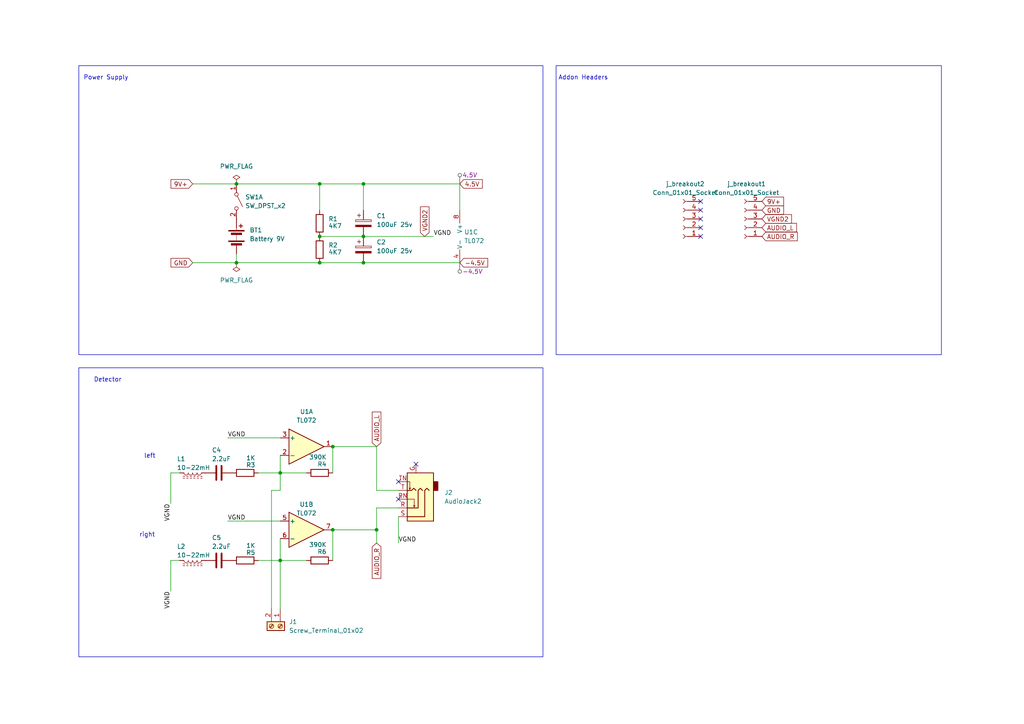
<source format=kicad_sch>
(kicad_sch (version 20231120) (generator "eeschema") (generator_version "8.0")
  (paper "A4")
  (lib_symbols
    (symbol "Amplifier_Operational:TL072" (pin_names (offset 0.127))
      (property "Reference" "U" (at 0 5.08 0))
      (property "Value" "TL072" (at 0 -5.08 0))
      (symbol "TL072_1_1"
        (polyline (pts (xy -5.08 5.08) (xy 5.08 0) (xy -5.08 -5.08) (xy -5.08 5.08)) (stroke (width 0.254)) (fill (type background)))
        (pin output line (at 7.62 0 180) (length 2.54) (name "~") (number "1"))
        (pin input line (at -7.62 -2.54 0) (length 2.54) (name "-") (number "2"))
        (pin input line (at -7.62 2.54 0) (length 2.54) (name "+") (number "3"))
      )
      (symbol "TL072_2_1"
        (polyline (pts (xy -5.08 5.08) (xy 5.08 0) (xy -5.08 -5.08) (xy -5.08 5.08)) (stroke (width 0.254)) (fill (type background)))
        (pin input line (at -7.62 2.54 0) (length 2.54) (name "+") (number "5"))
        (pin input line (at -7.62 -2.54 0) (length 2.54) (name "-") (number "6"))
        (pin output line (at 7.62 0 180) (length 2.54) (name "~") (number "7"))
      )
      (symbol "TL072_3_1"
        (pin power_in line (at -2.54 -7.62 90) (length 3.81) (name "V-") (number "4"))
        (pin power_in line (at -2.54 7.62 270) (length 3.81) (name "V+") (number "8"))
      )
    )
    (symbol "Connector:Conn_01x05_Socket" (pin_names (offset 1.016) hide)
      (property "Reference" "J" (at 0 7.62 0))
      (property "Value" "Conn_01x05_Socket" (at 0 -7.62 0))
      (symbol "Conn_01x05_Socket_1_1"
        (arc (start 0 -4.572) (mid -0.5058 -5.08) (end 0 -5.588) (stroke (width 0.1524)))
        (arc (start 0 -2.032) (mid -0.5058 -2.54) (end 0 -3.048) (stroke (width 0.1524)))
        (polyline (pts (xy -1.27 -5.08) (xy -0.508 -5.08)) (stroke (width 0.1524)))
        (polyline (pts (xy -1.27 -2.54) (xy -0.508 -2.54)) (stroke (width 0.1524)))
        (polyline (pts (xy -1.27 0) (xy -0.508 0)) (stroke (width 0.1524)))
        (polyline (pts (xy -1.27 2.54) (xy -0.508 2.54)) (stroke (width 0.1524)))
        (polyline (pts (xy -1.27 5.08) (xy -0.508 5.08)) (stroke (width 0.1524)))
        (arc (start 0 0.508) (mid -0.5058 0) (end 0 -0.508) (stroke (width 0.1524)))
        (arc (start 0 3.048) (mid -0.5058 2.54) (end 0 2.032) (stroke (width 0.1524)))
        (arc (start 0 5.588) (mid -0.5058 5.08) (end 0 4.572) (stroke (width 0.1524)))
        (pin passive line (at -5.08 5.08 0) (length 3.81) (name "Pin_1") (number "1"))
        (pin passive line (at -5.08 2.54 0) (length 3.81) (name "Pin_2") (number "2"))
        (pin passive line (at -5.08 0 0) (length 3.81) (name "Pin_3") (number "3"))
        (pin passive line (at -5.08 -2.54 0) (length 3.81) (name "Pin_4") (number "4"))
        (pin passive line (at -5.08 -5.08 0) (length 3.81) (name "Pin_5") (number "5"))
      )
    )
    (symbol "Connector:Screw_Terminal_01x02" (pin_names (offset 1.016) hide)
      (property "Reference" "J" (at 0 2.54 0))
      (property "Value" "Screw_Terminal_01x02" (at 0 -5.08 0))
      (symbol "Screw_Terminal_01x02_1_1"
        (rectangle (start -1.27 1.27) (end 1.27 -3.81) (stroke (width 0.254)) (fill (type background)))
        (circle (center 0 -2.54) (radius 0.635) (stroke (width 0.1524)))
        (polyline (pts (xy -0.5334 -2.2098) (xy 0.3302 -3.048)) (stroke (width 0.1524)))
        (polyline (pts (xy -0.5334 0.3302) (xy 0.3302 -0.508)) (stroke (width 0.1524)))
        (polyline (pts (xy -0.3556 -2.032) (xy 0.508 -2.8702)) (stroke (width 0.1524)))
        (polyline (pts (xy -0.3556 0.508) (xy 0.508 -0.3302)) (stroke (width 0.1524)))
        (circle (center 0 0) (radius 0.635) (stroke (width 0.1524)))
        (pin passive line (at -5.08 0 0) (length 3.81) (name "Pin_1") (number "1"))
        (pin passive line (at -5.08 -2.54 0) (length 3.81) (name "Pin_2") (number "2"))
      )
    )
    (symbol "Connector_Audio:AudioJack3_Ground_SwitchTR"
      (property "Reference" "J" (at 0 8.89 0))
      (property "Value" "AudioJack3_Ground_SwitchTR" (at 0 6.35 0))
      (symbol "AudioJack3_Ground_SwitchTR_0_1"
        (rectangle (start -5.08 -5.08) (end -6.35 -7.62) (stroke (width 0.254)) (fill (type outline)))
        (polyline (pts (xy 0.508 -0.254) (xy 0.762 -0.762)))
        (polyline (pts (xy 1.778 -5.334) (xy 2.032 -5.842)))
        (polyline (pts (xy 0 -5.08) (xy 0.635 -5.715) (xy 1.27 -5.08) (xy 2.54 -5.08)) (stroke (width 0.254)))
        (polyline (pts (xy 2.54 -7.62) (xy 1.778 -7.62) (xy 1.778 -5.334) (xy 1.524 -5.842)))
        (polyline (pts (xy 2.54 -2.54) (xy 0.508 -2.54) (xy 0.508 -0.254) (xy 0.254 -0.762)))
        (polyline (pts (xy -1.905 -5.08) (xy -1.27 -5.715) (xy -0.635 -5.08) (xy -0.635 0) (xy 2.54 0)) (stroke (width 0.254)))
        (polyline (pts (xy 2.54 2.54) (xy -2.54 2.54) (xy -2.54 -5.08) (xy -3.175 -5.715) (xy -3.81 -5.08)) (stroke (width 0.254)))
        (rectangle (start 2.54 3.81) (end -5.08 -10.16) (stroke (width 0.254)) (fill (type background)))
      )
      (symbol "AudioJack3_Ground_SwitchTR_1_1"
        (pin passive line (at 0 -12.7 90) (length 2.54) (name "~") (number "G"))
        (pin passive line (at 5.08 0 180) (length 2.54) (name "~") (number "R"))
        (pin passive line (at 5.08 -2.54 180) (length 2.54) (name "~") (number "RN"))
        (pin passive line (at 5.08 2.54 180) (length 2.54) (name "~") (number "S"))
        (pin passive line (at 5.08 -5.08 180) (length 2.54) (name "~") (number "T"))
        (pin passive line (at 5.08 -7.62 180) (length 2.54) (name "~") (number "TN"))
      )
    )
    (symbol "Device:Battery" (pin_numbers hide) (pin_names (offset 0) hide)
      (property "Reference" "BT" (at 2.54 2.54 0))
      (property "Value" "Battery" (at 2.54 0 0))
      (symbol "Battery_0_1"
        (rectangle (start -2.286 -1.27) (end 2.286 -1.524) (fill (type outline)))
        (rectangle (start -2.286 1.778) (end 2.286 1.524) (fill (type outline)))
        (rectangle (start -1.524 -2.032) (end 1.524 -2.54) (fill (type outline)))
        (rectangle (start -1.524 1.016) (end 1.524 0.508) (fill (type outline)))
        (polyline (pts (xy 0 -1.016) (xy 0 -0.762)))
        (polyline (pts (xy 0 -0.508) (xy 0 -0.254)))
        (polyline (pts (xy 0 0) (xy 0 0.254)))
        (polyline (pts (xy 0 1.778) (xy 0 2.54)))
        (polyline (pts (xy 0.762 3.048) (xy 1.778 3.048)) (stroke (width 0.254)))
        (polyline (pts (xy 1.27 3.556) (xy 1.27 2.54)) (stroke (width 0.254)))
      )
      (symbol "Battery_1_1"
        (pin passive line (at 0 5.08 270) (length 2.54) (name "+") (number "1"))
        (pin passive line (at 0 -5.08 90) (length 2.54) (name "-") (number "2"))
      )
    )
    (symbol "Device:C" (pin_numbers hide) (pin_names (offset 0.254))
      (property "Reference" "C" (at 0.635 2.54 0))
      (property "Value" "C" (at 0.635 -2.54 0))
      (symbol "C_0_1"
        (polyline (pts (xy -2.032 -0.762) (xy 2.032 -0.762)) (stroke (width 0.508)))
        (polyline (pts (xy -2.032 0.762) (xy 2.032 0.762)) (stroke (width 0.508)))
      )
      (symbol "C_1_1"
        (pin passive line (at 0 3.81 270) (length 2.794) (name "~") (number "1"))
        (pin passive line (at 0 -3.81 90) (length 2.794) (name "~") (number "2"))
      )
    )
    (symbol "Device:C_Polarized" (pin_numbers hide) (pin_names (offset 0.254))
      (property "Reference" "C" (at 0.635 2.54 0))
      (property "Value" "C_Polarized" (at 0.635 -2.54 0))
      (symbol "C_Polarized_0_1"
        (rectangle (start -2.286 0.508) (end 2.286 1.016))
        (polyline (pts (xy -1.778 2.286) (xy -0.762 2.286)))
        (polyline (pts (xy -1.27 2.794) (xy -1.27 1.778)))
        (rectangle (start 2.286 -0.508) (end -2.286 -1.016) (fill (type outline)))
      )
      (symbol "C_Polarized_1_1"
        (pin passive line (at 0 3.81 270) (length 2.794) (name "~") (number "1"))
        (pin passive line (at 0 -3.81 90) (length 2.794) (name "~") (number "2"))
      )
    )
    (symbol "Device:L_Ferrite" (pin_numbers hide) (pin_names (offset 1.016) hide)
      (property "Reference" "L" (at -1.27 0 90))
      (property "Value" "L_Ferrite" (at 2.794 0 90))
      (symbol "L_Ferrite_0_1"
        (arc (start 0 -2.54) (mid 0.6323 -1.905) (end 0 -1.27))
        (arc (start 0 -1.27) (mid 0.6323 -0.635) (end 0 0))
        (polyline (pts (xy 1.016 -2.794) (xy 1.016 -2.286)))
        (polyline (pts (xy 1.016 -1.778) (xy 1.016 -1.27)))
        (polyline (pts (xy 1.016 -0.762) (xy 1.016 -0.254)))
        (polyline (pts (xy 1.016 0.254) (xy 1.016 0.762)))
        (polyline (pts (xy 1.016 1.27) (xy 1.016 1.778)))
        (polyline (pts (xy 1.016 2.286) (xy 1.016 2.794)))
        (polyline (pts (xy 1.524 -2.286) (xy 1.524 -2.794)))
        (polyline (pts (xy 1.524 -1.27) (xy 1.524 -1.778)))
        (polyline (pts (xy 1.524 -0.254) (xy 1.524 -0.762)))
        (polyline (pts (xy 1.524 0.762) (xy 1.524 0.254)))
        (polyline (pts (xy 1.524 1.778) (xy 1.524 1.27)))
        (polyline (pts (xy 1.524 2.794) (xy 1.524 2.286)))
        (arc (start 0 0) (mid 0.6323 0.635) (end 0 1.27))
        (arc (start 0 1.27) (mid 0.6323 1.905) (end 0 2.54))
      )
      (symbol "L_Ferrite_1_1"
        (pin passive line (at 0 3.81 270) (length 1.27) (name "1") (number "1"))
        (pin passive line (at 0 -3.81 90) (length 1.27) (name "2") (number "2"))
      )
    )
    (symbol "Device:R" (pin_numbers hide) (pin_names (offset 0))
      (property "Reference" "R" (at 2.032 0 90))
      (property "Value" "R" (at 0 0 90))
      (symbol "R_0_1"
        (rectangle (start -1.016 -2.54) (end 1.016 2.54) (stroke (width 0.254)))
      )
      (symbol "R_1_1"
        (pin passive line (at 0 3.81 270) (length 1.27) (name "~") (number "1"))
        (pin passive line (at 0 -3.81 90) (length 1.27) (name "~") (number "2"))
      )
    )
    (symbol "Switch:SW_DPST_x2" (pin_names (offset 0) hide)
      (property "Reference" "SW" (at 0 3.175 0))
      (property "Value" "SW_DPST_x2" (at 0 -2.54 0))
      (symbol "SW_DPST_x2_0_0"
        (circle (center -2.032 0) (radius 0.508))
        (polyline (pts (xy -1.524 0.254) (xy 1.524 1.778)))
        (circle (center 2.032 0) (radius 0.508))
      )
      (symbol "SW_DPST_x2_1_1"
        (pin passive line (at -5.08 0 0) (length 2.54) (name "A") (number "1"))
        (pin passive line (at 5.08 0 180) (length 2.54) (name "B") (number "2"))
      )
      (symbol "SW_DPST_x2_2_1"
        (pin passive line (at -5.08 0 0) (length 2.54) (name "A") (number "3"))
        (pin passive line (at 5.08 0 180) (length 2.54) (name "B") (number "4"))
      )
    )
    (symbol "power:PWR_FLAG" (power) (pin_numbers hide) (pin_names (offset 0) hide)
      (property "Value" "PWR_FLAG" (at 0 3.81 0))
      (symbol "PWR_FLAG_0_0"
        (pin power_out line (at 0 0 90) (length 0) (name "~") (number "1"))
      )
      (symbol "PWR_FLAG_0_1"
        (polyline (pts (xy 0 0) (xy 0 1.27) (xy -1.016 1.905) (xy 0 2.54) (xy 1.016 1.905) (xy 0 1.27)))
      )
    )
  )
  (junction (at 105.41 68.58))
  (junction (at 92.71 76.2))
  (junction (at 68.58 53.34))
  (junction (at 81.28 137.16))
  (junction (at 68.58 76.2))
  (junction (at 105.41 76.2))
  (junction (at 96.52 129.54))
  (junction (at 109.22 153.67))
  (junction (at 92.71 68.58))
  (junction (at 81.28 162.56))
  (junction (at 105.41 53.34))
  (junction (at 96.52 153.67))
  (junction (at 92.71 53.34))
  (no_connect (at 115.57 139.7))
  (no_connect (at 120.65 134.62))
  (no_connect (at 203.2 58.42))
  (no_connect (at 203.2 63.5))
  (no_connect (at 203.2 60.96))
  (no_connect (at 203.2 68.58))
  (no_connect (at 203.2 66.04))
  (no_connect (at 115.57 144.78))
  (wire (pts (xy 74.93 162.56) (xy 81.28 162.56)))
  (wire (pts (xy 105.41 60.96) (xy 105.41 53.34)))
  (wire (pts (xy 55.88 53.34) (xy 68.58 53.34)))
  (wire (pts (xy 105.41 76.2) (xy 133.35 76.2)))
  (wire (pts (xy 68.58 73.66) (xy 68.58 76.2)))
  (wire (pts (xy 74.93 137.16) (xy 81.28 137.16)))
  (wire (pts (xy 52.07 137.16) (xy 49.53 137.16)))
  (wire (pts (xy 81.28 142.24) (xy 78.74 142.24)))
  (wire (pts (xy 109.22 129.54) (xy 109.22 142.24)))
  (wire (pts (xy 96.52 153.67) (xy 109.22 153.67)))
  (wire (pts (xy 81.28 132.08) (xy 81.28 137.16)))
  (wire (pts (xy 109.22 153.67) (xy 109.22 147.32)))
  (wire (pts (xy 109.22 147.32) (xy 115.57 147.32)))
  (wire (pts (xy 105.41 53.34) (xy 133.35 53.34)))
  (wire (pts (xy 92.71 53.34) (xy 92.71 60.96)))
  (wire (pts (xy 66.04 151.13) (xy 81.28 151.13)))
  (wire (pts (xy 92.71 68.58) (xy 105.41 68.58)))
  (wire (pts (xy 81.28 162.56) (xy 81.28 176.53)))
  (wire (pts (xy 92.71 53.34) (xy 105.41 53.34)))
  (wire (pts (xy 49.53 137.16) (xy 49.53 146.05)))
  (wire (pts (xy 96.52 153.67) (xy 96.52 162.56)))
  (wire (pts (xy 68.58 53.34) (xy 92.71 53.34)))
  (wire (pts (xy 96.52 129.54) (xy 109.22 129.54)))
  (wire (pts (xy 81.28 137.16) (xy 81.28 142.24)))
  (wire (pts (xy 52.07 162.56) (xy 49.53 162.56)))
  (wire (pts (xy 49.53 162.56) (xy 49.53 171.45)))
  (wire (pts (xy 55.88 76.2) (xy 68.58 76.2)))
  (wire (pts (xy 78.74 142.24) (xy 78.74 176.53)))
  (wire (pts (xy 105.41 68.58) (xy 125.73 68.58)))
  (wire (pts (xy 88.9 162.56) (xy 81.28 162.56)))
  (wire (pts (xy 81.28 127) (xy 66.04 127)))
  (wire (pts (xy 133.35 53.34) (xy 133.35 60.96)))
  (wire (pts (xy 68.58 76.2) (xy 92.71 76.2)))
  (wire (pts (xy 109.22 153.67) (xy 109.22 157.48)))
  (wire (pts (xy 81.28 137.16) (xy 88.9 137.16)))
  (wire (pts (xy 96.52 129.54) (xy 96.52 137.16)))
  (wire (pts (xy 115.57 149.86) (xy 115.57 157.48)))
  (wire (pts (xy 92.71 76.2) (xy 105.41 76.2)))
  (wire (pts (xy 81.28 156.21) (xy 81.28 162.56)))
  (wire (pts (xy 109.22 142.24) (xy 115.57 142.24)))
  (rectangle (start 22.86 106.68) (end 157.48 190.5))
  (rectangle (start 161.29 19.05) (end 273.05 102.87))
  (rectangle (start 22.86 19.05) (end 157.48 102.87))
  (text "Detector" (at 31.242 110.236 0) (effects (font (size 1.27 1.27))))
  (text "Power Supply" (at 30.734 22.606 0) (effects (font (size 1.27 1.27))))
  (text "Addon Headers" (at 169.164 22.606 0) (effects (font (size 1.27 1.27))))
  (text "right" (at 42.672 155.194 0) (effects (font (size 1.27 1.27))))
  (text "left" (at 43.434 132.334 0) (effects (font (size 1.27 1.27))))
  (label "VGND" (at 66.04 151.13 0))
  (label "VGND" (at 49.53 146.05 270))
  (label "VGND" (at 66.04 127 0))
  (label "VGND" (at 49.53 171.45 270))
  (label "VGND" (at 115.57 157.48 0))
  (label "VGND" (at 125.73 68.58 0))
  (global_label "AUDIO_R" (shape input) (at 109.22 157.48 270) (property "Intersheetrefs" "${INTERSHEET_REFS}" (effects (hide yes))))
  (global_label "VGND2" (shape input) (at 220.98 63.5 0) (property "Intersheetrefs" "${INTERSHEET_REFS}" (effects (hide yes))))
  (global_label "9V+" (shape input) (at 220.98 58.42 0) (property "Intersheetrefs" "${INTERSHEET_REFS}" (effects (hide yes))))
  (global_label "4.5V" (shape input) (at 133.35 53.34 0) (property "Intersheetrefs" "${INTERSHEET_REFS}" (effects (hide yes))))
  (global_label "AUDIO_L" (shape input) (at 109.22 129.54 90) (property "Intersheetrefs" "${INTERSHEET_REFS}" (effects (hide yes))))
  (global_label "GND" (shape input) (at 55.88 76.2 180) (property "Intersheetrefs" "${INTERSHEET_REFS}" (effects (hide yes))))
  (global_label "GND" (shape input) (at 220.98 60.96 0) (property "Intersheetrefs" "${INTERSHEET_REFS}" (effects (hide yes))))
  (global_label "9V+" (shape input) (at 55.88 53.34 180) (property "Intersheetrefs" "${INTERSHEET_REFS}" (effects (hide yes))))
  (global_label "-4.5V" (shape input) (at 133.35 76.2 0) (property "Intersheetrefs" "${INTERSHEET_REFS}" (effects (hide yes))))
  (global_label "VGND2" (shape input) (at 123.19 68.58 90) (property "Intersheetrefs" "${INTERSHEET_REFS}" (effects (hide yes))))
  (global_label "AUDIO_L" (shape input) (at 220.98 66.04 0) (property "Intersheetrefs" "${INTERSHEET_REFS}" (effects (hide yes))))
  (global_label "AUDIO_R" (shape input) (at 220.98 68.58 0) (property "Intersheetrefs" "${INTERSHEET_REFS}" (effects (hide yes))))
  (netclass_flag "" (length 2.54) (shape round) (at 133.35 53.34 0) (property "Netclass" "4.5V" (at 134.0485 50.8 0) (effects (font (italic yes)) (justify left))))
  (netclass_flag "" (length 2.54) (shape round) (at 133.35 76.2 180) (property "Netclass" "-4.5V" (at 134.0485 78.74 0) (effects (font (italic yes)) (justify left))))
  (symbol (lib_id "Connector_Audio:AudioJack3_Ground_SwitchTR") (at 120.65 147.32 180) (unit 1)
    (property "Reference" "J2" (at 128.905 142.8749 0) (effects (justify right)))
    (property "Value" "AudioJack2" (at 128.905 145.4149 0) (effects (justify right)))
    (property "Footprint" "Connector_Audio:Jack_3.5mm_CUI_SJ1-3525N_Horizontal" (effects (hide yes)))
    (property "Description" "Audio Jack, 3 Poles (Stereo / TRS), Grounded Sleeve, Switched TR Poles (Normalling)" (effects (hide yes)))
  )
  (symbol (lib_id "Device:R") (at 92.71 72.39 0) (unit 1)
    (property "Reference" "R2" (at 95.25 71.1199 0) (effects (justify left)))
    (property "Value" "4K7" (at 95.25 73.152 0) (effects (justify left)))
    (property "Footprint" "Resistor_THT:R_Axial_DIN0207_L6.3mm_D2.5mm_P10.16mm_Horizontal" (effects (hide yes)))
    (property "Description" "Resistor" (effects (hide yes)))
  )
  (symbol (lib_id "Device:R") (at 92.71 162.56 90) (unit 1)
    (property "Reference" "R6" (at 94.742 160.02 90) (effects (justify left)))
    (property "Value" "390K" (at 94.742 157.9879 90) (effects (justify left)))
    (property "Footprint" "Resistor_THT:R_Axial_DIN0207_L6.3mm_D2.5mm_P10.16mm_Horizontal" (effects (hide yes)))
    (property "Description" "Resistor" (effects (hide yes)))
  )
  (symbol (lib_id "Device:R") (at 71.12 162.56 270) (unit 1)
    (property "Reference" "R5" (at 71.374 160.274 90) (effects (justify left)))
    (property "Value" "1K" (at 71.374 158.242 90) (effects (justify left)))
    (property "Footprint" "Resistor_THT:R_Axial_DIN0207_L6.3mm_D2.5mm_P10.16mm_Horizontal" (effects (hide yes)))
    (property "Description" "Resistor" (effects (hide yes)))
  )
  (symbol (lib_id "Amplifier_Operational:TL072") (at 88.9 129.54 0) (unit 1)
    (property "Reference" "U1" (at 88.9 119.38 0))
    (property "Value" "TL072" (at 88.9 121.92 0))
    (property "Footprint" "Package_DIP:DIP-8_W7.62mm_Socket_LongPads" (effects (hide yes)))
    (property "Datasheet" "http://www.ti.com/lit/ds/symlink/tl072.pdf" (effects (hide yes)))
    (property "Description" "Dual Low-Noise JFET-Input Operational Amplifiers, DIP-8/SOIC-8" (effects (hide yes)))
  )
  (symbol (lib_id "Connector:Conn_01x05_Socket") (at 198.12 63.5 180) (unit 1)
    (property "Reference" "j_breakout2" (at 198.755 53.34 0))
    (property "Value" "Conn_01x01_Socket" (at 198.755 55.88 0))
    (property "Footprint" "Connector_PinHeader_2.54mm:PinHeader_1x05_P2.54mm_Vertical" (effects (hide yes)))
    (property "Description" "Generic connector, single row, 01x05, script generated" (effects (hide yes)))
  )
  (symbol (lib_id "power:PWR_FLAG") (at 68.58 76.2 180) (unit 1)
    (property "Reference" "#FLG02" (effects (hide yes)))
    (property "Value" "PWR_FLAG" (at 68.58 81.28 0))
    (property "Description" "Special symbol for telling ERC where power comes from" (effects (hide yes)))
  )
  (symbol (lib_id "Connector:Conn_01x05_Socket") (at 215.9 63.5 180) (unit 1)
    (property "Reference" "j_breakout1" (at 216.535 53.34 0))
    (property "Value" "Conn_01x01_Socket" (at 216.535 55.88 0))
    (property "Footprint" "Connector_PinHeader_2.54mm:PinHeader_1x05_P2.54mm_Vertical" (effects (hide yes)))
    (property "Description" "Generic connector, single row, 01x05, script generated" (effects (hide yes)))
  )
  (symbol (lib_id "Device:C") (at 63.5 137.16 270) (unit 1)
    (property "Reference" "C4" (at 61.468 130.556 90) (effects (justify left)))
    (property "Value" "2.2uF" (at 61.468 133.096 90) (effects (justify left)))
    (property "Footprint" "Capacitor_THT:C_Rect_L7.2mm_W3.0mm_P5.00mm_FKS2_FKP2_MKS2_MKP2" (effects (hide yes)))
    (property "Description" "Unpolarized capacitor" (effects (hide yes)))
  )
  (symbol (lib_id "Connector:Screw_Terminal_01x02") (at 81.28 181.61 270) (unit 1)
    (property "Reference" "J1" (at 83.82 180.3399 90) (effects (justify left)))
    (property "Value" "Screw_Terminal_01x02" (at 83.82 182.8799 90) (effects (justify left)))
    (property "Footprint" "TerminalBlock:TerminalBlock_MaiXu_MX126-5.0-02P_1x02_P5.00mm" (effects (hide yes)))
    (property "Description" "Generic screw terminal, single row, 01x02, script generated (kicad-library-utils/schlib/autogen/connector/)" (effects (hide yes)))
  )
  (symbol (lib_id "Device:R") (at 92.71 137.16 90) (unit 1)
    (property "Reference" "R4" (at 94.742 134.62 90) (effects (justify left)))
    (property "Value" "390K" (at 94.742 132.5879 90) (effects (justify left)))
    (property "Footprint" "Resistor_THT:R_Axial_DIN0207_L6.3mm_D2.5mm_P10.16mm_Horizontal" (effects (hide yes)))
    (property "Description" "Resistor" (effects (hide yes)))
  )
  (symbol (lib_id "Device:L_Ferrite") (at 55.88 162.56 270) (unit 1)
    (property "Reference" "L2" (at 51.308 158.496 90) (effects (justify left)))
    (property "Value" "10-22mH" (at 51.308 161.036 90) (effects (justify left)))
    (property "Footprint" "Inductor_THT:L_Radial_D8.7mm_P5.00mm_Fastron_07HCP" (effects (hide yes)))
    (property "Description" "Inductor with ferrite core" (effects (hide yes)))
  )
  (symbol (lib_id "Device:C") (at 63.5 162.56 270) (unit 1)
    (property "Reference" "C5" (at 61.468 155.956 90) (effects (justify left)))
    (property "Value" "2.2uF" (at 61.468 158.496 90) (effects (justify left)))
    (property "Footprint" "Capacitor_THT:C_Rect_L7.2mm_W3.0mm_P5.00mm_FKS2_FKP2_MKS2_MKP2" (effects (hide yes)))
    (property "Description" "Unpolarized capacitor" (effects (hide yes)))
  )
  (symbol (lib_id "Amplifier_Operational:TL072") (at 135.89 68.58 0) (unit 3)
    (property "Reference" "U1" (at 134.62 67.3099 0) (effects (justify left)))
    (property "Value" "TL072" (at 134.62 69.8499 0) (effects (justify left)))
    (property "Footprint" "Package_DIP:DIP-8_W7.62mm_Socket_LongPads" (effects (hide yes)))
    (property "Datasheet" "http://www.ti.com/lit/ds/symlink/tl072.pdf" (effects (hide yes)))
    (property "Description" "Dual Low-Noise JFET-Input Operational Amplifiers, DIP-8/SOIC-8" (effects (hide yes)))
  )
  (symbol (lib_id "Device:Battery") (at 68.58 68.58 0) (unit 1)
    (property "Reference" "BT1" (at 72.39 66.7384 0) (effects (justify left)))
    (property "Value" "Battery 9V" (at 72.39 69.2784 0) (effects (justify left)))
    (property "Footprint" "Battery:BatteryHolder_Eagle_12BH611-GR" (effects (hide yes)))
    (property "Description" "Multiple-cell battery" (effects (hide yes)))
  )
  (symbol (lib_id "Device:C_Polarized") (at 105.41 72.39 0) (unit 1)
    (property "Reference" "C2" (at 109.22 70.2309 0) (effects (justify left)))
    (property "Value" "100uF 25v" (at 109.22 72.7709 0) (effects (justify left)))
    (property "Footprint" "Capacitor_THT:CP_Radial_D8.0mm_P5.00mm" (effects (hide yes)))
    (property "Description" "Polarized capacitor" (effects (hide yes)))
  )
  (symbol (lib_id "power:PWR_FLAG") (at 68.58 53.34 0) (unit 1)
    (property "Reference" "#FLG01" (effects (hide yes)))
    (property "Value" "PWR_FLAG" (at 68.58 48.26 0))
    (property "Description" "Special symbol for telling ERC where power comes from" (effects (hide yes)))
  )
  (symbol (lib_id "Device:C_Polarized") (at 105.41 64.77 0) (unit 1)
    (property "Reference" "C1" (at 109.22 62.6109 0) (effects (justify left)))
    (property "Value" "100uF 25v" (at 109.22 65.1509 0) (effects (justify left)))
    (property "Footprint" "Capacitor_THT:CP_Radial_D8.0mm_P5.00mm" (effects (hide yes)))
    (property "Description" "Polarized capacitor" (effects (hide yes)))
  )
  (symbol (lib_id "Device:L_Ferrite") (at 55.88 137.16 270) (unit 1)
    (property "Reference" "L1" (at 51.308 133.096 90) (effects (justify left)))
    (property "Value" "10-22mH" (at 51.308 135.636 90) (effects (justify left)))
    (property "Footprint" "Inductor_THT:L_Radial_D8.7mm_P5.00mm_Fastron_07HCP" (effects (hide yes)))
    (property "Description" "Inductor with ferrite core" (effects (hide yes)))
  )
  (symbol (lib_id "Device:R") (at 71.12 137.16 270) (unit 1)
    (property "Reference" "R3" (at 71.374 134.874 90) (effects (justify left)))
    (property "Value" "1K" (at 71.374 132.842 90) (effects (justify left)))
    (property "Footprint" "Resistor_THT:R_Axial_DIN0207_L6.3mm_D2.5mm_P10.16mm_Horizontal" (effects (hide yes)))
    (property "Description" "Resistor" (effects (hide yes)))
  )
  (symbol (lib_id "Switch:SW_DPST_x2") (at 68.58 58.42 270) (unit 1)
    (property "Reference" "SW1" (at 71.12 57.1499 90) (effects (justify left)))
    (property "Value" "SW_DPST_x2" (at 71.12 59.6899 90) (effects (justify left)))
    (property "Footprint" "Button_Switch_THT:SW_Push_2P1T_Toggle_CK_PVA1xxH1xxxxxxV2" (effects (hide yes)))
    (property "Description" "Single Pole Single Throw (SPST) switch, separate symbol" (effects (hide yes)))
  )
  (symbol (lib_id "Device:R") (at 92.71 64.77 0) (unit 1)
    (property "Reference" "R1" (at 95.25 63.4999 0) (effects (justify left)))
    (property "Value" "4K7" (at 95.25 65.532 0) (effects (justify left)))
    (property "Footprint" "Resistor_THT:R_Axial_DIN0207_L6.3mm_D2.5mm_P10.16mm_Horizontal" (effects (hide yes)))
    (property "Description" "Resistor" (effects (hide yes)))
  )
  (symbol (lib_id "Amplifier_Operational:TL072") (at 88.9 153.67 0) (unit 2)
    (property "Reference" "U1" (at 88.9 146.304 0))
    (property "Value" "TL072" (at 88.9 148.844 0))
    (property "Footprint" "Package_DIP:DIP-8_W7.62mm_Socket_LongPads" (effects (hide yes)))
    (property "Datasheet" "http://www.ti.com/lit/ds/symlink/tl072.pdf" (effects (hide yes)))
    (property "Description" "Dual Low-Noise JFET-Input Operational Amplifiers, DIP-8/SOIC-8" (effects (hide yes)))
  )
)
</source>
